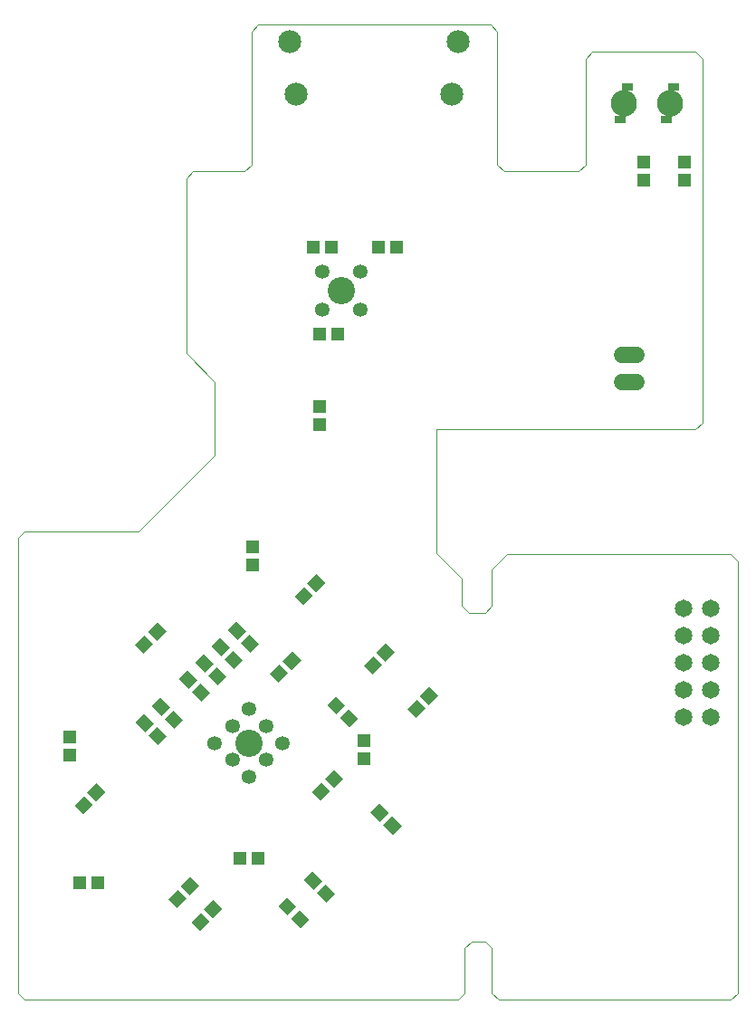
<source format=gbs>
G75*
%MOIN*%
%OFA0B0*%
%FSLAX25Y25*%
%IPPOS*%
%LPD*%
%AMOC8*
5,1,8,0,0,1.08239X$1,22.5*
%
%ADD10C,0.00000*%
%ADD11R,0.04931X0.04537*%
%ADD12R,0.04537X0.04931*%
%ADD13R,0.04331X0.02657*%
%ADD14C,0.09655*%
%ADD15C,0.08474*%
%ADD16C,0.06506*%
%ADD17C,0.06000*%
%ADD18C,0.10049*%
%ADD19C,0.05324*%
D10*
X0005833Y0030833D02*
X0003333Y0033333D01*
X0003333Y0200833D01*
X0005833Y0203333D01*
X0047833Y0203333D01*
X0075833Y0231333D01*
X0075833Y0258333D01*
X0065333Y0268833D01*
X0065333Y0333333D01*
X0067833Y0335833D01*
X0086833Y0335833D01*
X0089333Y0338333D01*
X0089333Y0387333D01*
X0091833Y0389833D01*
X0177333Y0389833D01*
X0179833Y0387333D01*
X0179833Y0338333D01*
X0182333Y0335833D01*
X0209833Y0335833D01*
X0212333Y0338333D01*
X0212333Y0377333D01*
X0214833Y0379833D01*
X0252833Y0379833D01*
X0255333Y0377333D01*
X0255333Y0243333D01*
X0252833Y0240833D01*
X0157333Y0240833D01*
X0157333Y0195333D01*
X0166833Y0185833D01*
X0166833Y0175833D01*
X0169333Y0173333D01*
X0175333Y0173333D01*
X0177833Y0175833D01*
X0177833Y0189333D01*
X0183333Y0194833D01*
X0265833Y0194833D01*
X0268333Y0192333D01*
X0268333Y0033333D01*
X0265833Y0030833D01*
X0180333Y0030833D01*
X0177833Y0033333D01*
X0177833Y0049833D01*
X0175333Y0052333D01*
X0170333Y0052333D01*
X0167833Y0049833D01*
X0167833Y0033333D01*
X0165333Y0030833D01*
X0005833Y0030833D01*
X0221805Y0360833D02*
X0221807Y0360967D01*
X0221813Y0361101D01*
X0221823Y0361235D01*
X0221837Y0361369D01*
X0221855Y0361502D01*
X0221876Y0361634D01*
X0221902Y0361766D01*
X0221932Y0361897D01*
X0221965Y0362027D01*
X0222002Y0362155D01*
X0222044Y0362283D01*
X0222088Y0362410D01*
X0222137Y0362535D01*
X0222189Y0362658D01*
X0222245Y0362780D01*
X0222305Y0362901D01*
X0222368Y0363019D01*
X0222434Y0363136D01*
X0222504Y0363250D01*
X0222577Y0363363D01*
X0222654Y0363473D01*
X0222734Y0363581D01*
X0222817Y0363686D01*
X0222903Y0363789D01*
X0222992Y0363889D01*
X0223084Y0363987D01*
X0223179Y0364082D01*
X0223277Y0364174D01*
X0223377Y0364263D01*
X0223480Y0364349D01*
X0223585Y0364432D01*
X0223693Y0364512D01*
X0223803Y0364589D01*
X0223916Y0364662D01*
X0224030Y0364732D01*
X0224147Y0364798D01*
X0224265Y0364861D01*
X0224386Y0364921D01*
X0224508Y0364977D01*
X0224631Y0365029D01*
X0224756Y0365078D01*
X0224883Y0365122D01*
X0225011Y0365164D01*
X0225139Y0365201D01*
X0225269Y0365234D01*
X0225400Y0365264D01*
X0225532Y0365290D01*
X0225664Y0365311D01*
X0225797Y0365329D01*
X0225931Y0365343D01*
X0226065Y0365353D01*
X0226199Y0365359D01*
X0226333Y0365361D01*
X0226467Y0365359D01*
X0226601Y0365353D01*
X0226735Y0365343D01*
X0226869Y0365329D01*
X0227002Y0365311D01*
X0227134Y0365290D01*
X0227266Y0365264D01*
X0227397Y0365234D01*
X0227527Y0365201D01*
X0227655Y0365164D01*
X0227783Y0365122D01*
X0227910Y0365078D01*
X0228035Y0365029D01*
X0228158Y0364977D01*
X0228280Y0364921D01*
X0228401Y0364861D01*
X0228519Y0364798D01*
X0228636Y0364732D01*
X0228750Y0364662D01*
X0228863Y0364589D01*
X0228973Y0364512D01*
X0229081Y0364432D01*
X0229186Y0364349D01*
X0229289Y0364263D01*
X0229389Y0364174D01*
X0229487Y0364082D01*
X0229582Y0363987D01*
X0229674Y0363889D01*
X0229763Y0363789D01*
X0229849Y0363686D01*
X0229932Y0363581D01*
X0230012Y0363473D01*
X0230089Y0363363D01*
X0230162Y0363250D01*
X0230232Y0363136D01*
X0230298Y0363019D01*
X0230361Y0362901D01*
X0230421Y0362780D01*
X0230477Y0362658D01*
X0230529Y0362535D01*
X0230578Y0362410D01*
X0230622Y0362283D01*
X0230664Y0362155D01*
X0230701Y0362027D01*
X0230734Y0361897D01*
X0230764Y0361766D01*
X0230790Y0361634D01*
X0230811Y0361502D01*
X0230829Y0361369D01*
X0230843Y0361235D01*
X0230853Y0361101D01*
X0230859Y0360967D01*
X0230861Y0360833D01*
X0230859Y0360699D01*
X0230853Y0360565D01*
X0230843Y0360431D01*
X0230829Y0360297D01*
X0230811Y0360164D01*
X0230790Y0360032D01*
X0230764Y0359900D01*
X0230734Y0359769D01*
X0230701Y0359639D01*
X0230664Y0359511D01*
X0230622Y0359383D01*
X0230578Y0359256D01*
X0230529Y0359131D01*
X0230477Y0359008D01*
X0230421Y0358886D01*
X0230361Y0358765D01*
X0230298Y0358647D01*
X0230232Y0358530D01*
X0230162Y0358416D01*
X0230089Y0358303D01*
X0230012Y0358193D01*
X0229932Y0358085D01*
X0229849Y0357980D01*
X0229763Y0357877D01*
X0229674Y0357777D01*
X0229582Y0357679D01*
X0229487Y0357584D01*
X0229389Y0357492D01*
X0229289Y0357403D01*
X0229186Y0357317D01*
X0229081Y0357234D01*
X0228973Y0357154D01*
X0228863Y0357077D01*
X0228750Y0357004D01*
X0228636Y0356934D01*
X0228519Y0356868D01*
X0228401Y0356805D01*
X0228280Y0356745D01*
X0228158Y0356689D01*
X0228035Y0356637D01*
X0227910Y0356588D01*
X0227783Y0356544D01*
X0227655Y0356502D01*
X0227527Y0356465D01*
X0227397Y0356432D01*
X0227266Y0356402D01*
X0227134Y0356376D01*
X0227002Y0356355D01*
X0226869Y0356337D01*
X0226735Y0356323D01*
X0226601Y0356313D01*
X0226467Y0356307D01*
X0226333Y0356305D01*
X0226199Y0356307D01*
X0226065Y0356313D01*
X0225931Y0356323D01*
X0225797Y0356337D01*
X0225664Y0356355D01*
X0225532Y0356376D01*
X0225400Y0356402D01*
X0225269Y0356432D01*
X0225139Y0356465D01*
X0225011Y0356502D01*
X0224883Y0356544D01*
X0224756Y0356588D01*
X0224631Y0356637D01*
X0224508Y0356689D01*
X0224386Y0356745D01*
X0224265Y0356805D01*
X0224147Y0356868D01*
X0224030Y0356934D01*
X0223916Y0357004D01*
X0223803Y0357077D01*
X0223693Y0357154D01*
X0223585Y0357234D01*
X0223480Y0357317D01*
X0223377Y0357403D01*
X0223277Y0357492D01*
X0223179Y0357584D01*
X0223084Y0357679D01*
X0222992Y0357777D01*
X0222903Y0357877D01*
X0222817Y0357980D01*
X0222734Y0358085D01*
X0222654Y0358193D01*
X0222577Y0358303D01*
X0222504Y0358416D01*
X0222434Y0358530D01*
X0222368Y0358647D01*
X0222305Y0358765D01*
X0222245Y0358886D01*
X0222189Y0359008D01*
X0222137Y0359131D01*
X0222088Y0359256D01*
X0222044Y0359383D01*
X0222002Y0359511D01*
X0221965Y0359639D01*
X0221932Y0359769D01*
X0221902Y0359900D01*
X0221876Y0360032D01*
X0221855Y0360164D01*
X0221837Y0360297D01*
X0221823Y0360431D01*
X0221813Y0360565D01*
X0221807Y0360699D01*
X0221805Y0360833D01*
X0238805Y0360833D02*
X0238807Y0360967D01*
X0238813Y0361101D01*
X0238823Y0361235D01*
X0238837Y0361369D01*
X0238855Y0361502D01*
X0238876Y0361634D01*
X0238902Y0361766D01*
X0238932Y0361897D01*
X0238965Y0362027D01*
X0239002Y0362155D01*
X0239044Y0362283D01*
X0239088Y0362410D01*
X0239137Y0362535D01*
X0239189Y0362658D01*
X0239245Y0362780D01*
X0239305Y0362901D01*
X0239368Y0363019D01*
X0239434Y0363136D01*
X0239504Y0363250D01*
X0239577Y0363363D01*
X0239654Y0363473D01*
X0239734Y0363581D01*
X0239817Y0363686D01*
X0239903Y0363789D01*
X0239992Y0363889D01*
X0240084Y0363987D01*
X0240179Y0364082D01*
X0240277Y0364174D01*
X0240377Y0364263D01*
X0240480Y0364349D01*
X0240585Y0364432D01*
X0240693Y0364512D01*
X0240803Y0364589D01*
X0240916Y0364662D01*
X0241030Y0364732D01*
X0241147Y0364798D01*
X0241265Y0364861D01*
X0241386Y0364921D01*
X0241508Y0364977D01*
X0241631Y0365029D01*
X0241756Y0365078D01*
X0241883Y0365122D01*
X0242011Y0365164D01*
X0242139Y0365201D01*
X0242269Y0365234D01*
X0242400Y0365264D01*
X0242532Y0365290D01*
X0242664Y0365311D01*
X0242797Y0365329D01*
X0242931Y0365343D01*
X0243065Y0365353D01*
X0243199Y0365359D01*
X0243333Y0365361D01*
X0243467Y0365359D01*
X0243601Y0365353D01*
X0243735Y0365343D01*
X0243869Y0365329D01*
X0244002Y0365311D01*
X0244134Y0365290D01*
X0244266Y0365264D01*
X0244397Y0365234D01*
X0244527Y0365201D01*
X0244655Y0365164D01*
X0244783Y0365122D01*
X0244910Y0365078D01*
X0245035Y0365029D01*
X0245158Y0364977D01*
X0245280Y0364921D01*
X0245401Y0364861D01*
X0245519Y0364798D01*
X0245636Y0364732D01*
X0245750Y0364662D01*
X0245863Y0364589D01*
X0245973Y0364512D01*
X0246081Y0364432D01*
X0246186Y0364349D01*
X0246289Y0364263D01*
X0246389Y0364174D01*
X0246487Y0364082D01*
X0246582Y0363987D01*
X0246674Y0363889D01*
X0246763Y0363789D01*
X0246849Y0363686D01*
X0246932Y0363581D01*
X0247012Y0363473D01*
X0247089Y0363363D01*
X0247162Y0363250D01*
X0247232Y0363136D01*
X0247298Y0363019D01*
X0247361Y0362901D01*
X0247421Y0362780D01*
X0247477Y0362658D01*
X0247529Y0362535D01*
X0247578Y0362410D01*
X0247622Y0362283D01*
X0247664Y0362155D01*
X0247701Y0362027D01*
X0247734Y0361897D01*
X0247764Y0361766D01*
X0247790Y0361634D01*
X0247811Y0361502D01*
X0247829Y0361369D01*
X0247843Y0361235D01*
X0247853Y0361101D01*
X0247859Y0360967D01*
X0247861Y0360833D01*
X0247859Y0360699D01*
X0247853Y0360565D01*
X0247843Y0360431D01*
X0247829Y0360297D01*
X0247811Y0360164D01*
X0247790Y0360032D01*
X0247764Y0359900D01*
X0247734Y0359769D01*
X0247701Y0359639D01*
X0247664Y0359511D01*
X0247622Y0359383D01*
X0247578Y0359256D01*
X0247529Y0359131D01*
X0247477Y0359008D01*
X0247421Y0358886D01*
X0247361Y0358765D01*
X0247298Y0358647D01*
X0247232Y0358530D01*
X0247162Y0358416D01*
X0247089Y0358303D01*
X0247012Y0358193D01*
X0246932Y0358085D01*
X0246849Y0357980D01*
X0246763Y0357877D01*
X0246674Y0357777D01*
X0246582Y0357679D01*
X0246487Y0357584D01*
X0246389Y0357492D01*
X0246289Y0357403D01*
X0246186Y0357317D01*
X0246081Y0357234D01*
X0245973Y0357154D01*
X0245863Y0357077D01*
X0245750Y0357004D01*
X0245636Y0356934D01*
X0245519Y0356868D01*
X0245401Y0356805D01*
X0245280Y0356745D01*
X0245158Y0356689D01*
X0245035Y0356637D01*
X0244910Y0356588D01*
X0244783Y0356544D01*
X0244655Y0356502D01*
X0244527Y0356465D01*
X0244397Y0356432D01*
X0244266Y0356402D01*
X0244134Y0356376D01*
X0244002Y0356355D01*
X0243869Y0356337D01*
X0243735Y0356323D01*
X0243601Y0356313D01*
X0243467Y0356307D01*
X0243333Y0356305D01*
X0243199Y0356307D01*
X0243065Y0356313D01*
X0242931Y0356323D01*
X0242797Y0356337D01*
X0242664Y0356355D01*
X0242532Y0356376D01*
X0242400Y0356402D01*
X0242269Y0356432D01*
X0242139Y0356465D01*
X0242011Y0356502D01*
X0241883Y0356544D01*
X0241756Y0356588D01*
X0241631Y0356637D01*
X0241508Y0356689D01*
X0241386Y0356745D01*
X0241265Y0356805D01*
X0241147Y0356868D01*
X0241030Y0356934D01*
X0240916Y0357004D01*
X0240803Y0357077D01*
X0240693Y0357154D01*
X0240585Y0357234D01*
X0240480Y0357317D01*
X0240377Y0357403D01*
X0240277Y0357492D01*
X0240179Y0357584D01*
X0240084Y0357679D01*
X0239992Y0357777D01*
X0239903Y0357877D01*
X0239817Y0357980D01*
X0239734Y0358085D01*
X0239654Y0358193D01*
X0239577Y0358303D01*
X0239504Y0358416D01*
X0239434Y0358530D01*
X0239368Y0358647D01*
X0239305Y0358765D01*
X0239245Y0358886D01*
X0239189Y0359008D01*
X0239137Y0359131D01*
X0239088Y0359256D01*
X0239044Y0359383D01*
X0239002Y0359511D01*
X0238965Y0359639D01*
X0238932Y0359769D01*
X0238902Y0359900D01*
X0238876Y0360032D01*
X0238855Y0360164D01*
X0238837Y0360297D01*
X0238823Y0360431D01*
X0238813Y0360565D01*
X0238807Y0360699D01*
X0238805Y0360833D01*
D11*
X0233833Y0339180D03*
X0233833Y0332487D03*
X0248833Y0332487D03*
X0248833Y0339180D03*
X0142680Y0307833D03*
X0135987Y0307833D03*
X0118680Y0307833D03*
X0111987Y0307833D03*
X0114487Y0275833D03*
X0121180Y0275833D03*
X0114333Y0249180D03*
X0114333Y0242487D03*
G36*
X0116546Y0184339D02*
X0113061Y0180854D01*
X0109854Y0184061D01*
X0113339Y0187546D01*
X0116546Y0184339D01*
G37*
G36*
X0111813Y0179606D02*
X0108328Y0176121D01*
X0105121Y0179328D01*
X0108606Y0182813D01*
X0111813Y0179606D01*
G37*
G36*
X0100854Y0155561D02*
X0104339Y0159046D01*
X0107546Y0155839D01*
X0104061Y0152354D01*
X0100854Y0155561D01*
G37*
G36*
X0096121Y0150828D02*
X0099606Y0154313D01*
X0102813Y0151106D01*
X0099328Y0147621D01*
X0096121Y0150828D01*
G37*
G36*
X0088839Y0158621D02*
X0085354Y0162106D01*
X0088561Y0165313D01*
X0092046Y0161828D01*
X0088839Y0158621D01*
G37*
G36*
X0082839Y0152621D02*
X0079354Y0156106D01*
X0082561Y0159313D01*
X0086046Y0155828D01*
X0082839Y0152621D01*
G37*
G36*
X0076839Y0146621D02*
X0073354Y0150106D01*
X0076561Y0153313D01*
X0080046Y0149828D01*
X0076839Y0146621D01*
G37*
G36*
X0070839Y0140621D02*
X0067354Y0144106D01*
X0070561Y0147313D01*
X0074046Y0143828D01*
X0070839Y0140621D01*
G37*
G36*
X0066106Y0145354D02*
X0062621Y0148839D01*
X0065828Y0152046D01*
X0069313Y0148561D01*
X0066106Y0145354D01*
G37*
G36*
X0072106Y0151354D02*
X0068621Y0154839D01*
X0071828Y0158046D01*
X0075313Y0154561D01*
X0072106Y0151354D01*
G37*
G36*
X0078106Y0157354D02*
X0074621Y0160839D01*
X0077828Y0164046D01*
X0081313Y0160561D01*
X0078106Y0157354D01*
G37*
G36*
X0084106Y0163354D02*
X0080621Y0166839D01*
X0083828Y0170046D01*
X0087313Y0166561D01*
X0084106Y0163354D01*
G37*
G36*
X0060839Y0130621D02*
X0057354Y0134106D01*
X0060561Y0137313D01*
X0064046Y0133828D01*
X0060839Y0130621D01*
G37*
G36*
X0054839Y0124621D02*
X0051354Y0128106D01*
X0054561Y0131313D01*
X0058046Y0127828D01*
X0054839Y0124621D01*
G37*
G36*
X0050106Y0129354D02*
X0046621Y0132839D01*
X0049828Y0136046D01*
X0053313Y0132561D01*
X0050106Y0129354D01*
G37*
G36*
X0056106Y0135354D02*
X0052621Y0138839D01*
X0055828Y0142046D01*
X0059313Y0138561D01*
X0056106Y0135354D01*
G37*
G36*
X0053167Y0161752D02*
X0049682Y0158267D01*
X0046475Y0161474D01*
X0049960Y0164959D01*
X0053167Y0161752D01*
G37*
G36*
X0057899Y0166485D02*
X0054414Y0163000D01*
X0051207Y0166207D01*
X0054692Y0169692D01*
X0057899Y0166485D01*
G37*
G36*
X0028854Y0107061D02*
X0032339Y0110546D01*
X0035546Y0107339D01*
X0032061Y0103854D01*
X0028854Y0107061D01*
G37*
G36*
X0024121Y0102328D02*
X0027606Y0105813D01*
X0030813Y0102606D01*
X0027328Y0099121D01*
X0024121Y0102328D01*
G37*
X0025987Y0073833D03*
X0032680Y0073833D03*
G36*
X0058621Y0067828D02*
X0062106Y0071313D01*
X0065313Y0068106D01*
X0061828Y0064621D01*
X0058621Y0067828D01*
G37*
G36*
X0063354Y0072561D02*
X0066839Y0076046D01*
X0070046Y0072839D01*
X0066561Y0069354D01*
X0063354Y0072561D01*
G37*
G36*
X0071854Y0064061D02*
X0075339Y0067546D01*
X0078546Y0064339D01*
X0075061Y0060854D01*
X0071854Y0064061D01*
G37*
G36*
X0067121Y0059328D02*
X0070606Y0062813D01*
X0073813Y0059606D01*
X0070328Y0056121D01*
X0067121Y0059328D01*
G37*
X0084987Y0082833D03*
X0091680Y0082833D03*
G36*
X0102606Y0061854D02*
X0099121Y0065339D01*
X0102328Y0068546D01*
X0105813Y0065061D01*
X0102606Y0061854D01*
G37*
G36*
X0107339Y0057121D02*
X0103854Y0060606D01*
X0107061Y0063813D01*
X0110546Y0060328D01*
X0107339Y0057121D01*
G37*
G36*
X0116839Y0066621D02*
X0113354Y0070106D01*
X0116561Y0073313D01*
X0120046Y0069828D01*
X0116839Y0066621D01*
G37*
G36*
X0112106Y0071354D02*
X0108621Y0074839D01*
X0111828Y0078046D01*
X0115313Y0074561D01*
X0112106Y0071354D01*
G37*
G36*
X0136606Y0096354D02*
X0133121Y0099839D01*
X0136328Y0103046D01*
X0139813Y0099561D01*
X0136606Y0096354D01*
G37*
G36*
X0141339Y0091621D02*
X0137854Y0095106D01*
X0141061Y0098313D01*
X0144546Y0094828D01*
X0141339Y0091621D01*
G37*
G36*
X0123046Y0112339D02*
X0119561Y0108854D01*
X0116354Y0112061D01*
X0119839Y0115546D01*
X0123046Y0112339D01*
G37*
G36*
X0118313Y0107606D02*
X0114828Y0104121D01*
X0111621Y0107328D01*
X0115106Y0110813D01*
X0118313Y0107606D01*
G37*
G36*
X0125061Y0137813D02*
X0128546Y0134328D01*
X0125339Y0131121D01*
X0121854Y0134606D01*
X0125061Y0137813D01*
G37*
G36*
X0120328Y0142546D02*
X0123813Y0139061D01*
X0120606Y0135854D01*
X0117121Y0139339D01*
X0120328Y0142546D01*
G37*
G36*
X0137313Y0154106D02*
X0133828Y0150621D01*
X0130621Y0153828D01*
X0134106Y0157313D01*
X0137313Y0154106D01*
G37*
G36*
X0142046Y0158839D02*
X0138561Y0155354D01*
X0135354Y0158561D01*
X0138839Y0162046D01*
X0142046Y0158839D01*
G37*
G36*
X0158046Y0142839D02*
X0154561Y0139354D01*
X0151354Y0142561D01*
X0154839Y0146046D01*
X0158046Y0142839D01*
G37*
G36*
X0153313Y0138106D02*
X0149828Y0134621D01*
X0146621Y0137828D01*
X0150106Y0141313D01*
X0153313Y0138106D01*
G37*
D12*
X0130833Y0126180D03*
X0130833Y0119487D03*
X0089833Y0190987D03*
X0089833Y0197680D03*
X0022333Y0127680D03*
X0022333Y0120987D03*
D13*
X0224955Y0354977D03*
X0227711Y0366690D03*
X0241955Y0354977D03*
X0244711Y0366690D03*
D14*
X0243333Y0360833D03*
X0226333Y0360833D03*
D15*
X0162877Y0364270D03*
X0165239Y0383562D03*
X0105790Y0364270D03*
X0103428Y0383562D03*
D16*
X0248333Y0174833D03*
X0248333Y0164833D03*
X0248333Y0154833D03*
X0248333Y0144833D03*
X0248333Y0134833D03*
X0258333Y0134833D03*
X0258333Y0144833D03*
X0258333Y0154833D03*
X0258333Y0164833D03*
X0258333Y0174833D03*
D17*
X0231033Y0258333D02*
X0225633Y0258333D01*
X0225633Y0268333D02*
X0231033Y0268333D01*
D18*
X0122333Y0291833D03*
X0088333Y0125333D03*
D19*
X0094583Y0131583D03*
X0088333Y0137833D03*
X0082333Y0131583D03*
X0075833Y0125333D03*
X0082333Y0119083D03*
X0088333Y0112833D03*
X0094583Y0119083D03*
X0100833Y0125333D03*
X0115333Y0284833D03*
X0115333Y0298833D03*
X0129333Y0298833D03*
X0129333Y0284833D03*
M02*

</source>
